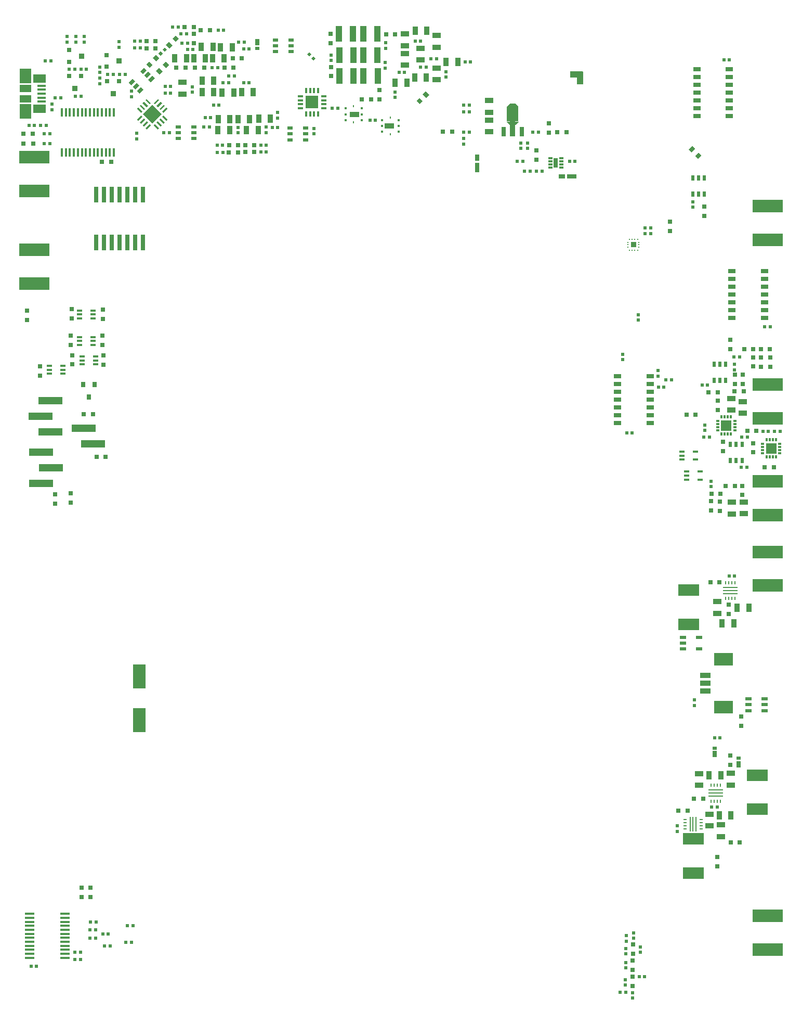
<source format=gbp>
G04 #@! TF.FileFunction,Paste,Bot*
%FSLAX46Y46*%
G04 Gerber Fmt 4.6, Leading zero omitted, Abs format (unit mm)*
G04 Created by KiCad (PCBNEW 4.0.7) date Fri Sep 20 17:05:35 2019*
%MOMM*%
%LPD*%
G01*
G04 APERTURE LIST*
%ADD10C,0.150000*%
%ADD11R,5.002000X2.002000*%
%ADD12R,0.497300X0.497300*%
%ADD13R,3.052000X2.152000*%
%ADD14R,1.652000X0.852000*%
%ADD15R,1.382000X0.452000*%
%ADD16R,2.102000X1.477000*%
%ADD17R,1.902000X2.377000*%
%ADD18R,1.902000X1.177000*%
%ADD19R,0.702000X0.802000*%
%ADD20R,1.401540X0.901160*%
%ADD21R,0.802000X0.702000*%
%ADD22R,0.901160X1.401540*%
%ADD23R,0.421100X1.472660*%
%ADD24R,0.902000X0.602000*%
%ADD25R,1.022000X2.542000*%
%ADD26R,1.907000X2.427700*%
%ADD27R,0.713200X1.500600*%
%ADD28R,0.916400X5.336000*%
%ADD29R,0.602000X0.902000*%
%ADD30R,0.799560X0.799560*%
%ADD31R,0.302000X0.502000*%
%ADD32R,0.602000X0.302000*%
%ADD33R,1.752000X1.752000*%
%ADD34R,0.502000X0.302000*%
%ADD35R,0.302000X0.602000*%
%ADD36R,0.252000X0.602000*%
%ADD37R,2.402000X0.252000*%
%ADD38R,0.602000X0.252000*%
%ADD39R,0.252000X2.402000*%
%ADD40R,1.102000X0.602000*%
%ADD41R,0.852000X0.352000*%
%ADD42R,2.002000X4.002000*%
%ADD43R,0.952000X0.302000*%
%ADD44R,0.302000X0.952000*%
%ADD45R,2.152000X2.152000*%
%ADD46R,1.102000X0.802000*%
%ADD47R,1.502000X0.802000*%
%ADD48R,2.102000X1.002000*%
%ADD49R,1.002000X2.102000*%
%ADD50R,0.802000X1.102000*%
%ADD51R,0.802000X1.502000*%
%ADD52R,3.402000X1.852000*%
%ADD53R,4.002000X1.202000*%
%ADD54R,0.672000X0.302000*%
%ADD55R,0.702000X1.602000*%
%ADD56R,1.182000X0.702000*%
%ADD57R,1.502000X0.452000*%
%ADD58R,0.802000X2.502000*%
%ADD59R,0.802000X0.802000*%
%ADD60R,0.902000X0.902000*%
%ADD61R,0.282000X0.202000*%
%ADD62R,0.202000X0.282000*%
%ADD63R,0.702000X0.902000*%
%ADD64R,1.512000X0.922000*%
%ADD65R,0.252000X0.302000*%
%ADD66R,0.402000X0.402000*%
%ADD67R,0.702000X0.522000*%
%ADD68R,0.702000X1.052000*%
G04 APERTURE END LIST*
D10*
D11*
X82753780Y-87873980D03*
X82753780Y-93373980D03*
X82743780Y-72753980D03*
X82743780Y-78253980D03*
X202153780Y-201693980D03*
X202153780Y-196193980D03*
X202153780Y-142503980D03*
X202153780Y-137003980D03*
X202173260Y-131051620D03*
X202173260Y-125551620D03*
X202158700Y-115266640D03*
X202158700Y-109766640D03*
X202142780Y-86281580D03*
X202142780Y-80781580D03*
D12*
X89414200Y-62856480D03*
X90313360Y-62856480D03*
X90303200Y-58474980D03*
X91202360Y-58474980D03*
X89297360Y-58474980D03*
X88398200Y-58474980D03*
X88045980Y-54034560D03*
X88045980Y-53135400D03*
X90816280Y-53135900D03*
X90816280Y-54035060D03*
X89519180Y-53160800D03*
X89519180Y-54059960D03*
D13*
X195010780Y-162296580D03*
X195010780Y-154496580D03*
D14*
X192060780Y-159646580D03*
X192060780Y-158396580D03*
X192060780Y-157146580D03*
D15*
X83943780Y-63753980D03*
X83943780Y-63103980D03*
X83943780Y-62453980D03*
X83943780Y-61803980D03*
X83943780Y-61153980D03*
D16*
X83583780Y-64916480D03*
X83583780Y-59991480D03*
D17*
X81283780Y-65363980D03*
X81283780Y-59543980D03*
D18*
X81283780Y-63293980D03*
X81283780Y-61613980D03*
D19*
X201677260Y-123201300D03*
X203177260Y-123201300D03*
D20*
X198266740Y-128903600D03*
X198266740Y-130808600D03*
X198125180Y-112564900D03*
X198125180Y-114469900D03*
X196300780Y-128949320D03*
X196300780Y-130854320D03*
X196229660Y-112048160D03*
X196229660Y-113953160D03*
D19*
X196842500Y-126300100D03*
X195342500Y-126300100D03*
X201053100Y-104043200D03*
X202553100Y-104043200D03*
X194063740Y-111009300D03*
X192563740Y-111009300D03*
X190437200Y-114719100D03*
X188937200Y-114719100D03*
D21*
X196046780Y-104017380D03*
X196046780Y-102517380D03*
D19*
X198345460Y-104038120D03*
X199845460Y-104038120D03*
X200347700Y-117288180D03*
X198847700Y-117288180D03*
D21*
X199780580Y-120811860D03*
X199780580Y-119311860D03*
D20*
X190969680Y-174996680D03*
X190969680Y-173091680D03*
X196214780Y-174933180D03*
X196214780Y-173028180D03*
D22*
X196176680Y-179911580D03*
X194271680Y-179911580D03*
D20*
X194551080Y-183353280D03*
X194551080Y-181448280D03*
D23*
X91768900Y-72008980D03*
X91118660Y-72008980D03*
X90468420Y-72008980D03*
X89818180Y-72008980D03*
X93709460Y-65458980D03*
X93719620Y-72008980D03*
X93069380Y-72008980D03*
X92419140Y-72008980D03*
X89167940Y-65458980D03*
X89818180Y-65458980D03*
X90468420Y-65458980D03*
X91118660Y-65458980D03*
X91768900Y-65458980D03*
X92419140Y-65458980D03*
X89167940Y-72008980D03*
X93069380Y-65458980D03*
X94369860Y-72008980D03*
X88517700Y-72008980D03*
X88517700Y-65458980D03*
X94369860Y-65458980D03*
X95017560Y-72008980D03*
X87870000Y-72008980D03*
X87870000Y-65458980D03*
X95017560Y-65458980D03*
X95667800Y-72008980D03*
X87219760Y-72008980D03*
X87219760Y-65458980D03*
X95667800Y-65458980D03*
D12*
X192993700Y-126389000D03*
X192993700Y-125489840D03*
X197603800Y-105314620D03*
X196704640Y-105314620D03*
X196768820Y-107390920D03*
X196768820Y-106491760D03*
X192391720Y-109901860D03*
X191492560Y-109901860D03*
X197984800Y-118354980D03*
X198883960Y-118354980D03*
X191787200Y-118360060D03*
X192686360Y-118360060D03*
X191977700Y-117270400D03*
X191977700Y-116371240D03*
X201383320Y-117430420D03*
X202282480Y-117430420D03*
X204177320Y-117410100D03*
X203278160Y-117410100D03*
X198782360Y-123231780D03*
X197883200Y-123231780D03*
D21*
X193992280Y-188179980D03*
X193992280Y-186679980D03*
D24*
X108747540Y-69745500D03*
X108747540Y-68795500D03*
X108747540Y-67845500D03*
X106147540Y-69745500D03*
X106147540Y-68795500D03*
X106147540Y-67845500D03*
D22*
X105608580Y-56669540D03*
X107513580Y-56669540D03*
X108694680Y-56669540D03*
X110599680Y-56669540D03*
X109906260Y-54863600D03*
X111811260Y-54863600D03*
X111757920Y-56702560D03*
X113662920Y-56702560D03*
X113053320Y-54886460D03*
X114958320Y-54886460D03*
D21*
X108676900Y-52706440D03*
X108676900Y-54206440D03*
D10*
G36*
X103317099Y-56249425D02*
X102965455Y-55897781D01*
X103317099Y-55546137D01*
X103668743Y-55897781D01*
X103317099Y-56249425D01*
X103317099Y-56249425D01*
G37*
G36*
X103952901Y-55613623D02*
X103601257Y-55261979D01*
X103952901Y-54910335D01*
X104304545Y-55261979D01*
X103952901Y-55613623D01*
X103952901Y-55613623D01*
G37*
D12*
X99969780Y-55018540D03*
X99070620Y-55018540D03*
X107655820Y-55229360D03*
X108554980Y-55229360D03*
D19*
X110399720Y-58178300D03*
X108899720Y-58178300D03*
D12*
X111696960Y-58185920D03*
X112596120Y-58185920D03*
D19*
X113667300Y-58185920D03*
X115167300Y-58185920D03*
D12*
X116032740Y-54078740D03*
X116931900Y-54078740D03*
X116799820Y-55206500D03*
X117698980Y-55206500D03*
X99982480Y-53926340D03*
X99083320Y-53926340D03*
X106627120Y-52724920D03*
X107526280Y-52724920D03*
X107655820Y-54215900D03*
X106756660Y-54215900D03*
D19*
X105823780Y-58246880D03*
X107323780Y-58246880D03*
D24*
X121981900Y-53718020D03*
X121981900Y-54668020D03*
X121981900Y-55618020D03*
X124581900Y-53718020D03*
X124581900Y-54668020D03*
X124581900Y-55618020D03*
D10*
G36*
X104719905Y-55069694D02*
X104152806Y-54502595D01*
X104649195Y-54006206D01*
X105216294Y-54573305D01*
X104719905Y-55069694D01*
X104719905Y-55069694D01*
G37*
G36*
X105780565Y-54009034D02*
X105213466Y-53441935D01*
X105709855Y-52945546D01*
X106276954Y-53512645D01*
X105780565Y-54009034D01*
X105780565Y-54009034D01*
G37*
D19*
X102480000Y-53918720D03*
X100980000Y-53918720D03*
X102487620Y-55046480D03*
X100987620Y-55046480D03*
D10*
G36*
X101524585Y-58259934D02*
X100957486Y-57692835D01*
X101453875Y-57196446D01*
X102020974Y-57763545D01*
X101524585Y-58259934D01*
X101524585Y-58259934D01*
G37*
G36*
X102585245Y-57199274D02*
X102018146Y-56632175D01*
X102514535Y-56135786D01*
X103081634Y-56702885D01*
X102585245Y-57199274D01*
X102585245Y-57199274D01*
G37*
G36*
X101298266Y-60160319D02*
X101936076Y-59522509D01*
X102361754Y-59948187D01*
X101723944Y-60585997D01*
X101298266Y-60160319D01*
X101298266Y-60160319D01*
G37*
G36*
X100626515Y-59488567D02*
X101264325Y-58850757D01*
X101690003Y-59276435D01*
X101052193Y-59914245D01*
X100626515Y-59488567D01*
X100626515Y-59488567D01*
G37*
G36*
X99954763Y-58816816D02*
X100592573Y-58179006D01*
X101018251Y-58604684D01*
X100380441Y-59242494D01*
X99954763Y-58816816D01*
X99954763Y-58816816D01*
G37*
G36*
X99459789Y-61998796D02*
X100097599Y-61360986D01*
X100523277Y-61786664D01*
X99885467Y-62424474D01*
X99459789Y-61998796D01*
X99459789Y-61998796D01*
G37*
G36*
X98788037Y-61327045D02*
X99425847Y-60689235D01*
X99851525Y-61114913D01*
X99213715Y-61752723D01*
X98788037Y-61327045D01*
X98788037Y-61327045D01*
G37*
G36*
X98116286Y-60655293D02*
X98754096Y-60017483D01*
X99179774Y-60443161D01*
X98541964Y-61080971D01*
X98116286Y-60655293D01*
X98116286Y-60655293D01*
G37*
D21*
X191859360Y-82359800D03*
X191859360Y-80859800D03*
D10*
G36*
X189308846Y-71521245D02*
X189875945Y-70954146D01*
X190372334Y-71450535D01*
X189805235Y-72017634D01*
X189308846Y-71521245D01*
X189308846Y-71521245D01*
G37*
G36*
X190369506Y-72581905D02*
X190936605Y-72014806D01*
X191432994Y-72511195D01*
X190865895Y-73078294D01*
X190369506Y-72581905D01*
X190369506Y-72581905D01*
G37*
D22*
X112644380Y-68419580D03*
X114549380Y-68419580D03*
X119276320Y-66550140D03*
X121181320Y-66550140D03*
X114572240Y-66585700D03*
X112667240Y-66585700D03*
X117808200Y-66570460D03*
X115903200Y-66570460D03*
X117277340Y-68358620D03*
X119182340Y-68358620D03*
D25*
X132387070Y-59614670D03*
X134677070Y-59614670D03*
X136354550Y-59609590D03*
X138644550Y-59609590D03*
X132409930Y-56167890D03*
X134699930Y-56167890D03*
X136341850Y-56167890D03*
X138631850Y-56167890D03*
X132364210Y-52733810D03*
X134654210Y-52733810D03*
X136349470Y-52738890D03*
X138639470Y-52738890D03*
D20*
X143058340Y-55930400D03*
X143058340Y-57835400D03*
X143073580Y-52745240D03*
X143073580Y-54650240D03*
D22*
X144757600Y-52188980D03*
X146662600Y-52188980D03*
D20*
X145656760Y-55054100D03*
X145656760Y-56959100D03*
X148285660Y-53004320D03*
X148285660Y-54909320D03*
D22*
X149802040Y-57294380D03*
X151707040Y-57294380D03*
D20*
X148234860Y-58287520D03*
X148234860Y-60192520D03*
D22*
X143401240Y-60647180D03*
X141496240Y-60647180D03*
X146566080Y-59849620D03*
X144661080Y-59849620D03*
D12*
X115936220Y-67931900D03*
X115936220Y-68831060D03*
X122382740Y-66430760D03*
X122382740Y-65531600D03*
X111455660Y-66341860D03*
X110556500Y-66341860D03*
X120472660Y-68808200D03*
X120472660Y-67909040D03*
X106149600Y-51574300D03*
X105250440Y-51574300D03*
X112657080Y-52153420D03*
X113556240Y-52153420D03*
D21*
X131053030Y-59602670D03*
X131053030Y-58102670D03*
D12*
X139897310Y-58311650D03*
X139897310Y-57412490D03*
X131030170Y-56162810D03*
X131030170Y-57061970D03*
X139917630Y-55050290D03*
X139917630Y-54151130D03*
D21*
X131020010Y-52730570D03*
X131020010Y-54230570D03*
D19*
X140007100Y-52818900D03*
X141507100Y-52818900D03*
D12*
X143035480Y-59016500D03*
X142136320Y-59016500D03*
X144749980Y-53880620D03*
X145649140Y-53880620D03*
X145626280Y-58117340D03*
X146525440Y-58117340D03*
X147333160Y-56760980D03*
X148232320Y-56760980D03*
X152895760Y-57309620D03*
X153794920Y-57309620D03*
X149748700Y-58856480D03*
X149748700Y-59755640D03*
X141473380Y-62186420D03*
X141473380Y-63085580D03*
X180298740Y-198988040D03*
X180298740Y-199887200D03*
X180197140Y-208721320D03*
X180197140Y-209620480D03*
X152664620Y-70639540D03*
X152664620Y-69740380D03*
D21*
X180237780Y-200882180D03*
X180237780Y-202382180D03*
X180192060Y-203493300D03*
X180192060Y-204993300D03*
X180176820Y-206124740D03*
X180176820Y-207624740D03*
D20*
X106826520Y-60599200D03*
X106826520Y-62504200D03*
D22*
X110038340Y-60337300D03*
X111943340Y-60337300D03*
X110035800Y-62209280D03*
X111940800Y-62209280D03*
X113287000Y-62260080D03*
X115192000Y-62260080D03*
X116487400Y-62234680D03*
X118392400Y-62234680D03*
D12*
X179160820Y-200374880D03*
X179160820Y-199475720D03*
X179084620Y-201522960D03*
X179084620Y-202422120D03*
X181443780Y-202173560D03*
X181443780Y-201274400D03*
X179059220Y-203803880D03*
X179059220Y-204703040D03*
X181244200Y-206153980D03*
X182143360Y-206153980D03*
X179018580Y-206628360D03*
X179018580Y-207527520D03*
X179063360Y-208653980D03*
X178164200Y-208653980D03*
X104927860Y-61259320D03*
X104028700Y-61259320D03*
X108486520Y-61312120D03*
X108486520Y-62211280D03*
X113485120Y-60659880D03*
X114384280Y-60659880D03*
X114424920Y-59580380D03*
X115324080Y-59580380D03*
X138288220Y-66766040D03*
X137389060Y-66766040D03*
X162300860Y-73439440D03*
X161401700Y-73439440D03*
X163037980Y-71373600D03*
X163037980Y-70474440D03*
X170810860Y-73449440D03*
X169911700Y-73449440D03*
D20*
X156820060Y-63591040D03*
X156820060Y-65496040D03*
X156820060Y-66740640D03*
X156820060Y-68645640D03*
D10*
G36*
X160193080Y-67492740D02*
X159697780Y-66995440D01*
X161604780Y-66995440D01*
X161109480Y-67492740D01*
X160193080Y-67492740D01*
X160193080Y-67492740D01*
G37*
D26*
X160651280Y-65783590D03*
D27*
X159152680Y-68660140D03*
D28*
X160651280Y-66742440D03*
D27*
X162149880Y-68660140D03*
D10*
G36*
X161109480Y-64074440D02*
X161604780Y-64571740D01*
X159697780Y-64571740D01*
X160193080Y-64074440D01*
X161109480Y-64074440D01*
X161109480Y-64074440D01*
G37*
D24*
X124344100Y-68063940D03*
X124344100Y-69013940D03*
X124344100Y-69963940D03*
X126944100Y-68063940D03*
X126944100Y-69013940D03*
X126944100Y-69963940D03*
D21*
X166531280Y-67279440D03*
X166531280Y-68779440D03*
D19*
X109826820Y-52158500D03*
X111326820Y-52158500D03*
X108692840Y-51589540D03*
X107192840Y-51589540D03*
D12*
X189957280Y-80932100D03*
X189957280Y-80032940D03*
X99380500Y-68884400D03*
X99380500Y-69783560D03*
X152672240Y-65432540D03*
X153571400Y-65432540D03*
X183147160Y-85221680D03*
X183147160Y-84322520D03*
X182169260Y-85208980D03*
X182169260Y-84309820D03*
D29*
X189957280Y-78782520D03*
X190907280Y-78782520D03*
X191857280Y-78782520D03*
X189957280Y-76182520D03*
X190907280Y-76182520D03*
X191857280Y-76182520D03*
D12*
X120492980Y-70812260D03*
X119593820Y-70812260D03*
X113414000Y-71985740D03*
X112514840Y-71985740D03*
X119603980Y-71955260D03*
X120503140Y-71955260D03*
X112509760Y-70812260D03*
X113408920Y-70812260D03*
D19*
X117065820Y-70812260D03*
X118565820Y-70812260D03*
X114426760Y-71978120D03*
X115926760Y-71978120D03*
X118570900Y-71970500D03*
X117070900Y-71970500D03*
X114434380Y-70812260D03*
X115934380Y-70812260D03*
D12*
X161935620Y-71373600D03*
X161935620Y-70474440D03*
X111895080Y-64294620D03*
X112794240Y-64294620D03*
X132174440Y-64812780D03*
X131275280Y-64812780D03*
X163931700Y-68709440D03*
X164830860Y-68709440D03*
X152679860Y-64347960D03*
X153579020Y-64347960D03*
X152672240Y-68681200D03*
X153571400Y-68681200D03*
X98542300Y-62933180D03*
X98542300Y-62034020D03*
X103815340Y-68785340D03*
X104714500Y-68785340D03*
D10*
G36*
X127169115Y-56031599D02*
X127520759Y-55679955D01*
X127872403Y-56031599D01*
X127520759Y-56383243D01*
X127169115Y-56031599D01*
X127169115Y-56031599D01*
G37*
G36*
X127804917Y-56667401D02*
X128156561Y-56315757D01*
X128508205Y-56667401D01*
X128156561Y-57019045D01*
X127804917Y-56667401D01*
X127804917Y-56667401D01*
G37*
D12*
X128295860Y-69011400D03*
X128295860Y-68112240D03*
X122385280Y-67972540D03*
X121486120Y-67972540D03*
X111257540Y-67835380D03*
X110358380Y-67835380D03*
X117726920Y-60692900D03*
X116827760Y-60692900D03*
X104943100Y-62404860D03*
X104043940Y-62404860D03*
D21*
X138974020Y-63363140D03*
X138974020Y-61863140D03*
X186233260Y-84785500D03*
X186233260Y-83285500D03*
D19*
X167881280Y-68719440D03*
X169381280Y-68719440D03*
X149295880Y-68663420D03*
X150795880Y-68663420D03*
D10*
G36*
X146494635Y-62038746D02*
X147061734Y-62605845D01*
X146565345Y-63102234D01*
X145998246Y-62535135D01*
X146494635Y-62038746D01*
X146494635Y-62038746D01*
G37*
G36*
X145433975Y-63099406D02*
X146001074Y-63666505D01*
X145504685Y-64162894D01*
X144937586Y-63595795D01*
X145433975Y-63099406D01*
X145433975Y-63099406D01*
G37*
D19*
X136075180Y-63405620D03*
X137575180Y-63405620D03*
X115023660Y-56692400D03*
X116523660Y-56692400D03*
D10*
G36*
X103132405Y-59324194D02*
X102565306Y-58757095D01*
X103061695Y-58260706D01*
X103628794Y-58827805D01*
X103132405Y-59324194D01*
X103132405Y-59324194D01*
G37*
G36*
X104193065Y-58263534D02*
X103625966Y-57696435D01*
X104122355Y-57200046D01*
X104689454Y-57767145D01*
X104193065Y-58263534D01*
X104193065Y-58263534D01*
G37*
D12*
X92706880Y-199833100D03*
X91807720Y-199833100D03*
D19*
X93723780Y-73533980D03*
X95223780Y-73533980D03*
D12*
X193946560Y-178552680D03*
X193047400Y-178552680D03*
D19*
X190143480Y-177181080D03*
X191643480Y-177181080D03*
D21*
X196113180Y-170157280D03*
X196113180Y-171657280D03*
D12*
X187436180Y-181583200D03*
X187436180Y-182482360D03*
D19*
X187603480Y-179149580D03*
X189103480Y-179149580D03*
X197637880Y-184280380D03*
X196137880Y-184280380D03*
D12*
X85603780Y-64164400D03*
X85603780Y-65063560D03*
X82733360Y-67643980D03*
X81834200Y-67643980D03*
D21*
X194436420Y-128831780D03*
X194436420Y-130331780D03*
D19*
X201068340Y-105369080D03*
X202568340Y-105369080D03*
D21*
X194075740Y-112392900D03*
X194075740Y-113892900D03*
X192983540Y-128765740D03*
X192983540Y-130265740D03*
D19*
X201093740Y-106862600D03*
X202593740Y-106862600D03*
D21*
X198114340Y-108191740D03*
X198114340Y-109691740D03*
X194909540Y-120622480D03*
X194909540Y-119122480D03*
X197824780Y-163782180D03*
X197824780Y-165282180D03*
D30*
X82513880Y-70583980D03*
X80913680Y-70583980D03*
X82503880Y-68973980D03*
X80903680Y-68973980D03*
D31*
X194682100Y-117860140D03*
X195182100Y-117860140D03*
X195682100Y-117860140D03*
X196182100Y-117860140D03*
D32*
X196832100Y-117210140D03*
X196832100Y-116710140D03*
X196832100Y-116210140D03*
X196832100Y-115710140D03*
D31*
X196182100Y-115060140D03*
X195682100Y-115060140D03*
X195182100Y-115060140D03*
X194682100Y-115060140D03*
D32*
X194032100Y-115710140D03*
X194032100Y-116210140D03*
X194032100Y-116710140D03*
X194032100Y-117210140D03*
D33*
X195432100Y-116460140D03*
D34*
X201367620Y-119433780D03*
X201367620Y-119933780D03*
X201367620Y-120433780D03*
X201367620Y-120933780D03*
D35*
X202017620Y-121583780D03*
X202517620Y-121583780D03*
X203017620Y-121583780D03*
X203517620Y-121583780D03*
D34*
X204167620Y-120933780D03*
X204167620Y-120433780D03*
X204167620Y-119933780D03*
X204167620Y-119433780D03*
D35*
X203517620Y-118783780D03*
X203017620Y-118783780D03*
X202517620Y-118783780D03*
X202017620Y-118783780D03*
D33*
X202767620Y-120183780D03*
D12*
X84514200Y-57143980D03*
X85413360Y-57143980D03*
X85243360Y-70583980D03*
X84344200Y-70583980D03*
X85218960Y-68977380D03*
X84319800Y-68977380D03*
D22*
X192633380Y-173396480D03*
X194538380Y-173396480D03*
D20*
X192722280Y-179695680D03*
X192722280Y-181600680D03*
D12*
X194433880Y-167310940D03*
X193534720Y-167310940D03*
X87033360Y-63103980D03*
X86134200Y-63103980D03*
D21*
X198068620Y-126271460D03*
X198068620Y-127771460D03*
D19*
X196800460Y-110856900D03*
X198300460Y-110856900D03*
X193000620Y-127549780D03*
X194500620Y-127549780D03*
D21*
X199836460Y-106836780D03*
X199836460Y-105336780D03*
D12*
X96499280Y-54885060D03*
X96499280Y-53985900D03*
X95551860Y-59324980D03*
X94652700Y-59324980D03*
X93400480Y-58100700D03*
X93400480Y-58999860D03*
X93400480Y-60828660D03*
X93400480Y-59929500D03*
X97520360Y-59324980D03*
X96621200Y-59324980D03*
X190235580Y-161096600D03*
X190235580Y-161995760D03*
D36*
X194450180Y-177566680D03*
X193950180Y-177566680D03*
X193450180Y-177566680D03*
X192950180Y-177566680D03*
X192950180Y-174966680D03*
X193450180Y-174966680D03*
X194450180Y-174966680D03*
X193950180Y-174966680D03*
D37*
X193700180Y-175766680D03*
X193700180Y-176766680D03*
X193700180Y-176266680D03*
D38*
X188729880Y-182096680D03*
X188729880Y-181596680D03*
X188729880Y-181096680D03*
X188729880Y-180596680D03*
X191329880Y-180596680D03*
X191329880Y-181096680D03*
X191329880Y-182096680D03*
X191329880Y-181596680D03*
D39*
X190529880Y-181346680D03*
X189529880Y-181346680D03*
X190029880Y-181346680D03*
D29*
X195356620Y-106466840D03*
X194406620Y-106466840D03*
X193456620Y-106466840D03*
X195356620Y-109066840D03*
X194406620Y-109066840D03*
X193456620Y-109066840D03*
X196093140Y-122102120D03*
X197043140Y-122102120D03*
X197993140Y-122102120D03*
X196093140Y-119502120D03*
X197043140Y-119502120D03*
X197993140Y-119502120D03*
D40*
X199044780Y-160926380D03*
X199044780Y-161876380D03*
X199044780Y-162826380D03*
X201644780Y-162826380D03*
X201644780Y-161876380D03*
X201644780Y-160926380D03*
D12*
X94779520Y-199162540D03*
X93880360Y-199162540D03*
X92717040Y-198522460D03*
X91817880Y-198522460D03*
X98813040Y-197841740D03*
X97913880Y-197841740D03*
X92752600Y-197242300D03*
X91853440Y-197242300D03*
D21*
X88933780Y-106513980D03*
X88933780Y-105013980D03*
X83692420Y-106830300D03*
X83692420Y-108330300D03*
X81493780Y-99253980D03*
X81493780Y-97753980D03*
X93853780Y-99073980D03*
X93853780Y-97573980D03*
X88630180Y-103356980D03*
X88630180Y-101856980D03*
X93833780Y-103333980D03*
X93833780Y-101833980D03*
X88823780Y-99033980D03*
X88823780Y-97533980D03*
X94013780Y-106533980D03*
X94013780Y-105033980D03*
D19*
X92853780Y-121513980D03*
X94353780Y-121513980D03*
D12*
X202592360Y-100371780D03*
X201693200Y-100371780D03*
X181123780Y-98414400D03*
X181123780Y-99313560D03*
X195044200Y-56983980D03*
X195943360Y-56983980D03*
X83744200Y-67633980D03*
X84643360Y-67633980D03*
D21*
X88604780Y-127495740D03*
X88604780Y-128995740D03*
X86085100Y-127632900D03*
X86085100Y-129132900D03*
X90453780Y-193193980D03*
X90453780Y-191693980D03*
X91883780Y-193183980D03*
X91883780Y-191683980D03*
D12*
X98543800Y-200503660D03*
X97644640Y-200503660D03*
X178546180Y-104849800D03*
X178546180Y-105748960D03*
X186493840Y-109048420D03*
X185594680Y-109048420D03*
X185284800Y-110206660D03*
X184385640Y-110206660D03*
X179198960Y-117653940D03*
X180098120Y-117653940D03*
X95069080Y-201128500D03*
X94169920Y-201128500D03*
D41*
X92313780Y-103359980D03*
X92313780Y-102703980D03*
X92313780Y-102053980D03*
X90113780Y-102053980D03*
X90113780Y-103353980D03*
X90113780Y-102703980D03*
X92313780Y-99039980D03*
X92313780Y-98383980D03*
X92313780Y-97733980D03*
X90113780Y-97733980D03*
X90113780Y-99033980D03*
X90113780Y-98383980D03*
X92723780Y-106509980D03*
X92723780Y-105853980D03*
X92723780Y-105203980D03*
X90523780Y-105203980D03*
X90523780Y-106503980D03*
X90523780Y-105853980D03*
X85142580Y-106726180D03*
X85142580Y-107382180D03*
X85142580Y-108032180D03*
X87342580Y-108032180D03*
X87342580Y-106732180D03*
X87342580Y-107382180D03*
D19*
X90791600Y-114604800D03*
X92291600Y-114604800D03*
D12*
X83073360Y-204433980D03*
X82174200Y-204433980D03*
X184347540Y-107491400D03*
X184347540Y-108390560D03*
X165413360Y-75103980D03*
X164514200Y-75103980D03*
X162584200Y-75083980D03*
X163483360Y-75083980D03*
X89314200Y-202193980D03*
X90213360Y-202193980D03*
X90213360Y-203343980D03*
X89314200Y-203343980D03*
D42*
X99863780Y-157273980D03*
X99863780Y-164373980D03*
D10*
G36*
X100823173Y-68058400D02*
X101496339Y-67385234D01*
X101709885Y-67598780D01*
X101036719Y-68271946D01*
X100823173Y-68058400D01*
X100823173Y-68058400D01*
G37*
G36*
X100363553Y-67598780D02*
X101036719Y-66925614D01*
X101250265Y-67139160D01*
X100577099Y-67812326D01*
X100363553Y-67598780D01*
X100363553Y-67598780D01*
G37*
G36*
X99903934Y-67139161D02*
X100577100Y-66465995D01*
X100790646Y-66679541D01*
X100117480Y-67352707D01*
X99903934Y-67139161D01*
X99903934Y-67139161D01*
G37*
G36*
X99444314Y-66679541D02*
X100117480Y-66006375D01*
X100331026Y-66219921D01*
X99657860Y-66893087D01*
X99444314Y-66679541D01*
X99444314Y-66679541D01*
G37*
G36*
X103545534Y-65336039D02*
X104218700Y-64662873D01*
X104432246Y-64876419D01*
X103759080Y-65549585D01*
X103545534Y-65336039D01*
X103545534Y-65336039D01*
G37*
G36*
X103085914Y-64876419D02*
X103759080Y-64203253D01*
X103972626Y-64416799D01*
X103299460Y-65089965D01*
X103085914Y-64876419D01*
X103085914Y-64876419D01*
G37*
G36*
X102626295Y-64416800D02*
X103299461Y-63743634D01*
X103513007Y-63957180D01*
X102839841Y-64630346D01*
X102626295Y-64416800D01*
X102626295Y-64416800D01*
G37*
G36*
X102166675Y-63957180D02*
X102839841Y-63284014D01*
X103053387Y-63497560D01*
X102380221Y-64170726D01*
X102166675Y-63957180D01*
X102166675Y-63957180D01*
G37*
G36*
X102166675Y-67598780D02*
X102380221Y-67385234D01*
X103053387Y-68058400D01*
X102839841Y-68271946D01*
X102166675Y-67598780D01*
X102166675Y-67598780D01*
G37*
G36*
X102626295Y-67139160D02*
X102839841Y-66925614D01*
X103513007Y-67598780D01*
X103299461Y-67812326D01*
X102626295Y-67139160D01*
X102626295Y-67139160D01*
G37*
G36*
X103085914Y-66679541D02*
X103299460Y-66465995D01*
X103972626Y-67139161D01*
X103759080Y-67352707D01*
X103085914Y-66679541D01*
X103085914Y-66679541D01*
G37*
G36*
X103545534Y-66219921D02*
X103759080Y-66006375D01*
X104432246Y-66679541D01*
X104218700Y-66893087D01*
X103545534Y-66219921D01*
X103545534Y-66219921D01*
G37*
G36*
X100823173Y-63497560D02*
X101036719Y-63284014D01*
X101709885Y-63957180D01*
X101496339Y-64170726D01*
X100823173Y-63497560D01*
X100823173Y-63497560D01*
G37*
G36*
X100363553Y-63957180D02*
X100577099Y-63743634D01*
X101250265Y-64416800D01*
X101036719Y-64630346D01*
X100363553Y-63957180D01*
X100363553Y-63957180D01*
G37*
G36*
X99903934Y-64416799D02*
X100117480Y-64203253D01*
X100790646Y-64876419D01*
X100577100Y-65089965D01*
X99903934Y-64416799D01*
X99903934Y-64416799D01*
G37*
G36*
X101938280Y-64256286D02*
X103459974Y-65777980D01*
X101938280Y-67299674D01*
X100416586Y-65777980D01*
X101938280Y-64256286D01*
X101938280Y-64256286D01*
G37*
G36*
X99444314Y-64876419D02*
X99657860Y-64662873D01*
X100331026Y-65336039D01*
X100117480Y-65549585D01*
X99444314Y-64876419D01*
X99444314Y-64876419D01*
G37*
D43*
X129895740Y-62862420D03*
X129895740Y-63512420D03*
X129895740Y-64162420D03*
X129895740Y-64812420D03*
X126045740Y-62862420D03*
X126045740Y-63512420D03*
X126045740Y-64162420D03*
X126045740Y-64812420D03*
D44*
X128945740Y-61912420D03*
X128295740Y-61912420D03*
X127645740Y-61912420D03*
X126995740Y-61912420D03*
X126995740Y-65762420D03*
X127645740Y-65762420D03*
X128295740Y-65762420D03*
D45*
X127970740Y-63837420D03*
D44*
X128945740Y-65762420D03*
D46*
X168650340Y-75886180D03*
D47*
X170250340Y-75886180D03*
D48*
X171067060Y-59335540D03*
D49*
X171617060Y-59885540D03*
D50*
X154847980Y-72883900D03*
D51*
X154847980Y-74483900D03*
D12*
X195889300Y-140948280D03*
X196788460Y-140948280D03*
D19*
X192845680Y-141938880D03*
X194345680Y-141938880D03*
D21*
X195830880Y-147108480D03*
X195830880Y-145608480D03*
D22*
X196656380Y-148644480D03*
X194751380Y-148644480D03*
X199120180Y-146079080D03*
X197215180Y-146079080D03*
D20*
X193976680Y-145101180D03*
X193976680Y-147006180D03*
D36*
X195360280Y-142010480D03*
X195860280Y-142010480D03*
X196360280Y-142010480D03*
X196860280Y-142010480D03*
X196860280Y-144610480D03*
X196360280Y-144610480D03*
X195360280Y-144610480D03*
X195860280Y-144610480D03*
D37*
X196110280Y-143810480D03*
X196110280Y-142810480D03*
X196110280Y-143310480D03*
D52*
X200520080Y-178889280D03*
X200520080Y-173339280D03*
X190055280Y-183702480D03*
X190055280Y-189252480D03*
D21*
X164541280Y-71699440D03*
X164541280Y-73199440D03*
D52*
X189290380Y-143265980D03*
X189290380Y-148815980D03*
D21*
X196818940Y-108191740D03*
X196818940Y-109691740D03*
D41*
X190423780Y-122003980D03*
X190423780Y-120703980D03*
X188223780Y-120703980D03*
X188223780Y-121353980D03*
X188223780Y-122003980D03*
X191142220Y-125253380D03*
X191142220Y-123953380D03*
X188942220Y-123953380D03*
X188942220Y-124603380D03*
X188942220Y-125253380D03*
D53*
X83763780Y-114943980D03*
X85363780Y-112403980D03*
X85363780Y-117483980D03*
X85442380Y-123333380D03*
X83842380Y-125873380D03*
X83842380Y-120793380D03*
X92325780Y-119447180D03*
X90725780Y-116907180D03*
D54*
X168546280Y-72949440D03*
X168546280Y-73449440D03*
X168546280Y-73949440D03*
X168546280Y-74449440D03*
X166776280Y-72949440D03*
X166776280Y-74449440D03*
X166776280Y-73449440D03*
X166776280Y-73949440D03*
D55*
X167661280Y-73699440D03*
D56*
X190633780Y-66063980D03*
X190633780Y-64793980D03*
X190633780Y-63523980D03*
X190633780Y-62253980D03*
X190633780Y-60983980D03*
X190633780Y-59713980D03*
X190633780Y-58443980D03*
X195953780Y-66063980D03*
X195953780Y-64793980D03*
X195953780Y-63523980D03*
X195953780Y-58443980D03*
X195953780Y-59713980D03*
X195953780Y-60983980D03*
X195953780Y-62253980D03*
X177743780Y-116013980D03*
X177743780Y-114743980D03*
X177743780Y-113473980D03*
X177743780Y-112203980D03*
X177743780Y-110933980D03*
X177743780Y-109663980D03*
X177743780Y-108393980D03*
X183063780Y-116013980D03*
X183063780Y-114743980D03*
X183063780Y-113473980D03*
X183063780Y-108393980D03*
X183063780Y-109663980D03*
X183063780Y-110933980D03*
X183063780Y-112203980D03*
D57*
X87723780Y-203068980D03*
X87723780Y-202418980D03*
X87723780Y-201768980D03*
X87723780Y-201118980D03*
X87723780Y-200468980D03*
X87723780Y-199818980D03*
X87723780Y-199168980D03*
X87723780Y-198518980D03*
X87723780Y-197868980D03*
X87723780Y-197218980D03*
X87723780Y-196568980D03*
X87723780Y-195918980D03*
X81923780Y-195918980D03*
X81923780Y-196568980D03*
X81923780Y-197218980D03*
X81923780Y-197868980D03*
X81923780Y-198518980D03*
X81923780Y-199168980D03*
X81923780Y-203068980D03*
X81923780Y-202418980D03*
X81923780Y-201768980D03*
X81923780Y-201118980D03*
X81923780Y-200468980D03*
X81923780Y-199818980D03*
D58*
X92813780Y-78853980D03*
X94083780Y-78853980D03*
X95353780Y-78853980D03*
X96623780Y-78853980D03*
X97893780Y-78853980D03*
X99163780Y-78853980D03*
X100433780Y-78853980D03*
X92813780Y-86653980D03*
X94083780Y-86653980D03*
X95353780Y-86653980D03*
X100433780Y-86653980D03*
X99163780Y-86653980D03*
X97893780Y-86653980D03*
X96623780Y-86653980D03*
D56*
X201703980Y-91354780D03*
X201703980Y-92624780D03*
X201703980Y-93894780D03*
X201703980Y-95164780D03*
X201703980Y-96434780D03*
X201703980Y-97704780D03*
X201703980Y-98974780D03*
X196383980Y-91354780D03*
X196383980Y-92624780D03*
X196383980Y-93894780D03*
X196383980Y-98974780D03*
X196383980Y-97704780D03*
X196383980Y-96434780D03*
X196383980Y-95164780D03*
D59*
X88419280Y-55365980D03*
X88419280Y-57265980D03*
D60*
X90419280Y-56315980D03*
D59*
X90305780Y-59570480D03*
X88405780Y-59570480D03*
D60*
X89355780Y-61570480D03*
D59*
X94483280Y-56152480D03*
X94483280Y-58052480D03*
D60*
X96483280Y-57102480D03*
D59*
X96496780Y-60420480D03*
X94596780Y-60420480D03*
D60*
X95546780Y-62420480D03*
X180307280Y-87032520D03*
D61*
X179412280Y-87432520D03*
X179412280Y-86632520D03*
X179412280Y-87032520D03*
D62*
X180982280Y-87927520D03*
X180532280Y-87927520D03*
X180082280Y-87927520D03*
X179632280Y-87927520D03*
X180982280Y-86137520D03*
X180532280Y-86137520D03*
X180082280Y-86137520D03*
D61*
X181202280Y-86632520D03*
X181202280Y-87432520D03*
X181202280Y-87032520D03*
D62*
X179632280Y-86137520D03*
D40*
X191025300Y-152829300D03*
X191025300Y-150929300D03*
X188425300Y-150929300D03*
X188425300Y-151879300D03*
X188425300Y-152829300D03*
D63*
X90642400Y-109807500D03*
X92542400Y-109807500D03*
X91592400Y-111807500D03*
D64*
X134901520Y-65800840D03*
D65*
X134719520Y-67150840D03*
X134719520Y-64450840D03*
D66*
X133394520Y-64850840D03*
X133394520Y-65800840D03*
X133394520Y-66750840D03*
X136044520Y-64850840D03*
X136044520Y-65800840D03*
X136044520Y-66750840D03*
D64*
X140534460Y-67713460D03*
D65*
X140716460Y-66363460D03*
X140716460Y-69063460D03*
D66*
X142041460Y-68663460D03*
X142041460Y-67713460D03*
X142041460Y-66763460D03*
X139391460Y-68663460D03*
X139391460Y-67713460D03*
X139391460Y-66763460D03*
D67*
X119064460Y-55079220D03*
D68*
X119064460Y-54105220D03*
D67*
X193522380Y-168945680D03*
D68*
X193522380Y-169919680D03*
D67*
X197484780Y-170583980D03*
D68*
X197484780Y-171557980D03*
M02*

</source>
